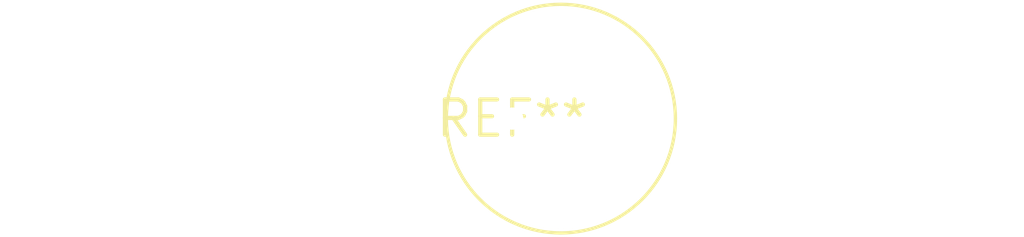
<source format=kicad_pcb>
(kicad_pcb (version 20240108) (generator pcbnew)
  (layers (0 "F.Cu" signal) (31 "B.Cu" signal) (34 "B.Paste" user) (35 "F.Paste" user) (36 "B.SilkS" user "B.Silkscreen") (37 "F.SilkS" user "F.Silkscreen") (38 "B.Mask" user) (39 "F.Mask" user) (44 "Edge.Cuts" user))
  (net 0 "")
  (footprint "C_Radial_D8.0mm_H11.5mm_P3.50mm" (layer "F.Cu") (at 0 0)
    (property "Reference" "REF**")
    (property "Value" "C_Radial_D8.0mm_H11.5mm_P3.50mm")
    (fp_circle (center 1.75 0) (end 5.87 0) (layer "F.SilkS") (stroke (width 0.12)) (fill none))
    (pad "1" thru_hole circle (at 0 0) (size 1.6 1.6) (drill 0.8) (layers *.Cu *.Mask) (remove_unused_layers))
    (pad "2" thru_hole circle (at 3.5 0) (size 1.6 1.6) (drill 0.8) (layers *.Cu *.Mask) (remove_unused_layers))
  )
)
</source>
